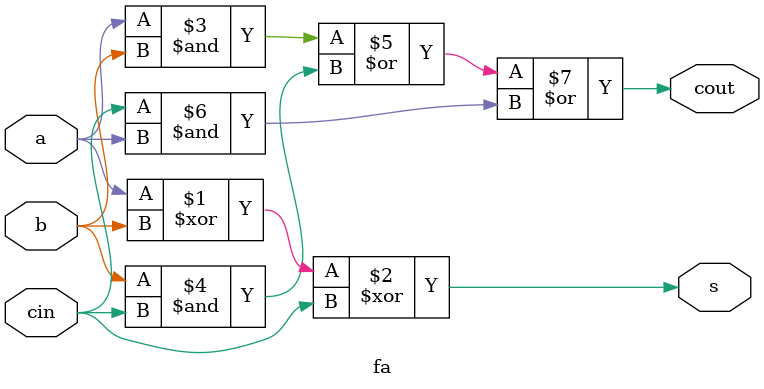
<source format=v>
`timescale 1ns / 1ps
module fa(a,b,cin,s,cout);
input a,b,cin;
output s,cout;
assign s= a^b^cin;
assign cout= (a&b)|(b&cin)|(cin&a);

endmodule

</source>
